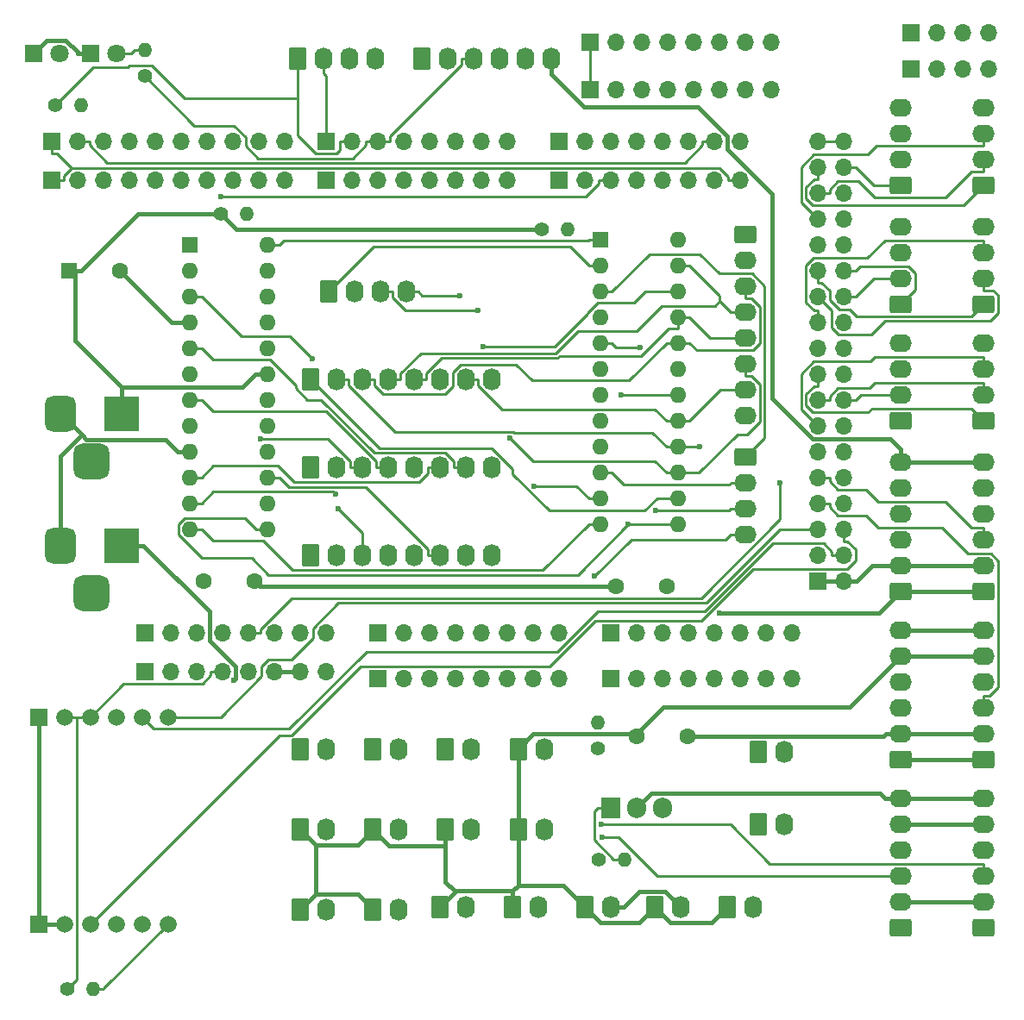
<source format=gbr>
%TF.GenerationSoftware,KiCad,Pcbnew,(6.0.7-1)-1*%
%TF.CreationDate,2023-11-05T11:58:30+10:00*%
%TF.ProjectId,Right Console Output,52696768-7420-4436-9f6e-736f6c65204f,rev?*%
%TF.SameCoordinates,Original*%
%TF.FileFunction,Copper,L1,Top*%
%TF.FilePolarity,Positive*%
%FSLAX46Y46*%
G04 Gerber Fmt 4.6, Leading zero omitted, Abs format (unit mm)*
G04 Created by KiCad (PCBNEW (6.0.7-1)-1) date 2023-11-05 11:58:30*
%MOMM*%
%LPD*%
G01*
G04 APERTURE LIST*
G04 Aperture macros list*
%AMRoundRect*
0 Rectangle with rounded corners*
0 $1 Rounding radius*
0 $2 $3 $4 $5 $6 $7 $8 $9 X,Y pos of 4 corners*
0 Add a 4 corners polygon primitive as box body*
4,1,4,$2,$3,$4,$5,$6,$7,$8,$9,$2,$3,0*
0 Add four circle primitives for the rounded corners*
1,1,$1+$1,$2,$3*
1,1,$1+$1,$4,$5*
1,1,$1+$1,$6,$7*
1,1,$1+$1,$8,$9*
0 Add four rect primitives between the rounded corners*
20,1,$1+$1,$2,$3,$4,$5,0*
20,1,$1+$1,$4,$5,$6,$7,0*
20,1,$1+$1,$6,$7,$8,$9,0*
20,1,$1+$1,$8,$9,$2,$3,0*%
G04 Aperture macros list end*
%TA.AperFunction,ComponentPad*%
%ADD10R,1.700000X1.700000*%
%TD*%
%TA.AperFunction,ComponentPad*%
%ADD11O,1.700000X1.700000*%
%TD*%
%TA.AperFunction,ComponentPad*%
%ADD12C,1.600000*%
%TD*%
%TA.AperFunction,ComponentPad*%
%ADD13C,1.400000*%
%TD*%
%TA.AperFunction,ComponentPad*%
%ADD14O,1.400000X1.400000*%
%TD*%
%TA.AperFunction,ComponentPad*%
%ADD15RoundRect,0.250000X-0.845000X0.620000X-0.845000X-0.620000X0.845000X-0.620000X0.845000X0.620000X0*%
%TD*%
%TA.AperFunction,ComponentPad*%
%ADD16O,2.190000X1.740000*%
%TD*%
%TA.AperFunction,ComponentPad*%
%ADD17RoundRect,0.250000X0.845000X-0.620000X0.845000X0.620000X-0.845000X0.620000X-0.845000X-0.620000X0*%
%TD*%
%TA.AperFunction,ComponentPad*%
%ADD18RoundRect,0.250000X-0.620000X-0.845000X0.620000X-0.845000X0.620000X0.845000X-0.620000X0.845000X0*%
%TD*%
%TA.AperFunction,ComponentPad*%
%ADD19O,1.740000X2.190000*%
%TD*%
%TA.AperFunction,ComponentPad*%
%ADD20R,1.600000X1.600000*%
%TD*%
%TA.AperFunction,ComponentPad*%
%ADD21O,1.600000X1.600000*%
%TD*%
%TA.AperFunction,ComponentPad*%
%ADD22R,3.500000X3.500000*%
%TD*%
%TA.AperFunction,ComponentPad*%
%ADD23RoundRect,0.750000X-0.750000X-1.000000X0.750000X-1.000000X0.750000X1.000000X-0.750000X1.000000X0*%
%TD*%
%TA.AperFunction,ComponentPad*%
%ADD24RoundRect,0.875000X-0.875000X-0.875000X0.875000X-0.875000X0.875000X0.875000X-0.875000X0.875000X0*%
%TD*%
%TA.AperFunction,ComponentPad*%
%ADD25R,1.905000X2.000000*%
%TD*%
%TA.AperFunction,ComponentPad*%
%ADD26O,1.905000X2.000000*%
%TD*%
%TA.AperFunction,ComponentPad*%
%ADD27R,1.800000X1.800000*%
%TD*%
%TA.AperFunction,ComponentPad*%
%ADD28C,1.800000*%
%TD*%
%TA.AperFunction,ComponentPad*%
%ADD29R,1.665000X1.665000*%
%TD*%
%TA.AperFunction,ComponentPad*%
%ADD30C,1.665000*%
%TD*%
%TA.AperFunction,ViaPad*%
%ADD31C,0.600000*%
%TD*%
%TA.AperFunction,Conductor*%
%ADD32C,0.250000*%
%TD*%
%TA.AperFunction,Conductor*%
%ADD33C,0.400000*%
%TD*%
G04 APERTURE END LIST*
D10*
%TO.P,J45,1,Pin_1*%
%TO.N,GND*%
X193980000Y-92380000D03*
D11*
%TO.P,J45,2,Pin_2*%
X196520000Y-92380000D03*
%TO.P,J45,3,Pin_3*%
%TO.N,SCLK*%
X193980000Y-89840000D03*
%TO.P,J45,4,Pin_4*%
%TO.N,ES1_RST*%
X196520000Y-89840000D03*
%TO.P,J45,5,Pin_5*%
%TO.N,MISO*%
X193980000Y-87300000D03*
%TO.P,J45,6,Pin_6*%
%TO.N,MOSI*%
X196520000Y-87300000D03*
%TO.P,J45,7,Pin_7*%
%TO.N,/48*%
X193980000Y-84760000D03*
%TO.P,J45,8,Pin_8*%
%TO.N,/49*%
X196520000Y-84760000D03*
%TO.P,J45,9,Pin_9*%
%TO.N,/\u002A46*%
X193980000Y-82220000D03*
%TO.P,J45,10,Pin_10*%
%TO.N,/47*%
X196520000Y-82220000D03*
%TO.P,J45,11,Pin_11*%
%TO.N,/\u002A44*%
X193980000Y-79680000D03*
%TO.P,J45,12,Pin_12*%
%TO.N,/\u002A45*%
X196520000Y-79680000D03*
%TO.P,J45,13,Pin_13*%
%TO.N,/42*%
X193980000Y-77140000D03*
%TO.P,J45,14,Pin_14*%
%TO.N,/43*%
X196520000Y-77140000D03*
%TO.P,J45,15,Pin_15*%
%TO.N,/40*%
X193980000Y-74600000D03*
%TO.P,J45,16,Pin_16*%
%TO.N,/41*%
X196520000Y-74600000D03*
%TO.P,J45,17,Pin_17*%
%TO.N,/38*%
X193980000Y-72060000D03*
%TO.P,J45,18,Pin_18*%
%TO.N,/39*%
X196520000Y-72060000D03*
%TO.P,J45,19,Pin_19*%
%TO.N,/36*%
X193980000Y-69520000D03*
%TO.P,J45,20,Pin_20*%
%TO.N,/37*%
X196520000Y-69520000D03*
%TO.P,J45,21,Pin_21*%
%TO.N,/34*%
X193980000Y-66980000D03*
%TO.P,J45,22,Pin_22*%
%TO.N,/35*%
X196520000Y-66980000D03*
%TO.P,J45,23,Pin_23*%
%TO.N,/32*%
X193980000Y-64440000D03*
%TO.P,J45,24,Pin_24*%
%TO.N,/33*%
X196520000Y-64440000D03*
%TO.P,J45,25,Pin_25*%
%TO.N,/30*%
X193980000Y-61900000D03*
%TO.P,J45,26,Pin_26*%
%TO.N,/31*%
X196520000Y-61900000D03*
%TO.P,J45,27,Pin_27*%
%TO.N,/28*%
X193980000Y-59360000D03*
%TO.P,J45,28,Pin_28*%
%TO.N,/29*%
X196520000Y-59360000D03*
%TO.P,J45,29,Pin_29*%
%TO.N,/26*%
X193980000Y-56820000D03*
%TO.P,J45,30,Pin_30*%
%TO.N,/27*%
X196520000Y-56820000D03*
%TO.P,J45,31,Pin_31*%
%TO.N,/24*%
X193980000Y-54280000D03*
%TO.P,J45,32,Pin_32*%
%TO.N,/25*%
X196520000Y-54280000D03*
%TO.P,J45,33,Pin_33*%
%TO.N,/22*%
X193980000Y-51740000D03*
%TO.P,J45,34,Pin_34*%
%TO.N,/23*%
X196520000Y-51740000D03*
%TO.P,J45,35,Pin_35*%
%TO.N,+5V*%
X193980000Y-49200000D03*
%TO.P,J45,36,Pin_36*%
X196520000Y-49200000D03*
%TD*%
D10*
%TO.P,J42,1,Pin_1*%
%TO.N,unconnected-(J42-Pad1)*%
X127940000Y-97460000D03*
D11*
%TO.P,J42,2,Pin_2*%
%TO.N,/IOREF*%
X130480000Y-97460000D03*
%TO.P,J42,3,Pin_3*%
%TO.N,/~{RESET}*%
X133020000Y-97460000D03*
%TO.P,J42,4,Pin_4*%
%TO.N,+3V3*%
X135560000Y-97460000D03*
%TO.P,J42,5,Pin_5*%
%TO.N,+5V*%
X138100000Y-97460000D03*
%TO.P,J42,6,Pin_6*%
%TO.N,GND*%
X140640000Y-97460000D03*
%TO.P,J42,7,Pin_7*%
X143180000Y-97460000D03*
%TO.P,J42,8,Pin_8*%
%TO.N,VCC*%
X145720000Y-97460000D03*
%TD*%
D10*
%TO.P,J43,1,Pin_1*%
%TO.N,/A0*%
X150800000Y-97460000D03*
D11*
%TO.P,J43,2,Pin_2*%
%TO.N,/A1*%
X153340000Y-97460000D03*
%TO.P,J43,3,Pin_3*%
%TO.N,/A2*%
X155880000Y-97460000D03*
%TO.P,J43,4,Pin_4*%
%TO.N,/A3*%
X158420000Y-97460000D03*
%TO.P,J43,5,Pin_5*%
%TO.N,/A4*%
X160960000Y-97460000D03*
%TO.P,J43,6,Pin_6*%
%TO.N,/A5*%
X163500000Y-97460000D03*
%TO.P,J43,7,Pin_7*%
%TO.N,/A6*%
X166040000Y-97460000D03*
%TO.P,J43,8,Pin_8*%
%TO.N,/A7*%
X168580000Y-97460000D03*
%TD*%
D10*
%TO.P,J44,1,Pin_1*%
%TO.N,/A8*%
X173660000Y-97460000D03*
D11*
%TO.P,J44,2,Pin_2*%
%TO.N,/A9*%
X176200000Y-97460000D03*
%TO.P,J44,3,Pin_3*%
%TO.N,/A10*%
X178740000Y-97460000D03*
%TO.P,J44,4,Pin_4*%
%TO.N,/A11*%
X181280000Y-97460000D03*
%TO.P,J44,5,Pin_5*%
%TO.N,/A12*%
X183820000Y-97460000D03*
%TO.P,J44,6,Pin_6*%
%TO.N,/A13*%
X186360000Y-97460000D03*
%TO.P,J44,7,Pin_7*%
%TO.N,/A14*%
X188900000Y-97460000D03*
%TO.P,J44,8,Pin_8*%
%TO.N,/A15*%
X191440000Y-97460000D03*
%TD*%
D10*
%TO.P,J46,1,Pin_1*%
%TO.N,/SCL{slash}21*%
X118796000Y-49200000D03*
D11*
%TO.P,J46,2,Pin_2*%
%TO.N,/SDA{slash}20*%
X121336000Y-49200000D03*
%TO.P,J46,3,Pin_3*%
%TO.N,/AREF*%
X123876000Y-49200000D03*
%TO.P,J46,4,Pin_4*%
%TO.N,GND*%
X126416000Y-49200000D03*
%TO.P,J46,5,Pin_5*%
%TO.N,/\u002A13*%
X128956000Y-49200000D03*
%TO.P,J46,6,Pin_6*%
%TO.N,/\u002A12*%
X131496000Y-49200000D03*
%TO.P,J46,7,Pin_7*%
%TO.N,/\u002A11*%
X134036000Y-49200000D03*
%TO.P,J46,8,Pin_8*%
%TO.N,SS*%
X136576000Y-49200000D03*
%TO.P,J46,9,Pin_9*%
%TO.N,/\u002A9*%
X139116000Y-49200000D03*
%TO.P,J46,10,Pin_10*%
%TO.N,/\u002A8*%
X141656000Y-49200000D03*
%TD*%
D10*
%TO.P,J47,1,Pin_1*%
%TO.N,/\u002A7*%
X145720000Y-49200000D03*
D11*
%TO.P,J47,2,Pin_2*%
%TO.N,/\u002A6*%
X148260000Y-49200000D03*
%TO.P,J47,3,Pin_3*%
%TO.N,/\u002A5*%
X150800000Y-49200000D03*
%TO.P,J47,4,Pin_4*%
%TO.N,/\u002A4*%
X153340000Y-49200000D03*
%TO.P,J47,5,Pin_5*%
%TO.N,/\u002A3*%
X155880000Y-49200000D03*
%TO.P,J47,6,Pin_6*%
%TO.N,/\u002A2*%
X158420000Y-49200000D03*
%TO.P,J47,7,Pin_7*%
%TO.N,/TX0{slash}1*%
X160960000Y-49200000D03*
%TO.P,J47,8,Pin_8*%
%TO.N,/RX0{slash}0*%
X163500000Y-49200000D03*
%TD*%
D10*
%TO.P,J48,1,Pin_1*%
%TO.N,CLK*%
X168580000Y-49200000D03*
D11*
%TO.P,J48,2,Pin_2*%
%TO.N,LOAD*%
X171120000Y-49200000D03*
%TO.P,J48,3,Pin_3*%
%TO.N,DIN*%
X173660000Y-49200000D03*
%TO.P,J48,4,Pin_4*%
%TO.N,/RX2{slash}17*%
X176200000Y-49200000D03*
%TO.P,J48,5,Pin_5*%
%TO.N,/TX1{slash}18*%
X178740000Y-49200000D03*
%TO.P,J48,6,Pin_6*%
%TO.N,/RX1{slash}19*%
X181280000Y-49200000D03*
%TO.P,J48,7,Pin_7*%
%TO.N,/SDA{slash}20*%
X183820000Y-49200000D03*
%TO.P,J48,8,Pin_8*%
%TO.N,/SCL{slash}21*%
X186360000Y-49200000D03*
%TD*%
D12*
%TO.P,C3,1*%
%TO.N,+5VD*%
X179208000Y-92888000D03*
%TO.P,C3,2*%
%TO.N,GND*%
X174208000Y-92888000D03*
%TD*%
D13*
%TO.P,R4,1*%
%TO.N,/\u002A6*%
X119100000Y-45644000D03*
D14*
%TO.P,R4,2*%
%TO.N,Net-(D2-Pad2)*%
X121640000Y-45644000D03*
%TD*%
D10*
%TO.P,J15,1,Pin_1*%
%TO.N,Net-(J10-Pad1)*%
X203124000Y-38532000D03*
D11*
%TO.P,J15,2,Pin_2*%
%TO.N,Net-(J10-Pad2)*%
X205664000Y-38532000D03*
%TO.P,J15,3,Pin_3*%
%TO.N,Net-(J10-Pad3)*%
X208204000Y-38532000D03*
%TO.P,J15,4,Pin_4*%
%TO.N,Net-(J10-Pad4)*%
X210744000Y-38532000D03*
%TD*%
D15*
%TO.P,J55,1,Pin_1*%
%TO.N,/MAX7219A/SEG_A1*%
X186868000Y-58344000D03*
D16*
%TO.P,J55,2,Pin_2*%
%TO.N,/MAX7219A/SEG_B1*%
X186868000Y-60884000D03*
%TO.P,J55,3,Pin_3*%
%TO.N,/MAX7219A/SEG_C1*%
X186868000Y-63424000D03*
%TO.P,J55,4,Pin_4*%
%TO.N,/MAX7219A/SEG_D1*%
X186868000Y-65964000D03*
%TO.P,J55,5,Pin_5*%
%TO.N,/MAX7219A/SEG_E1*%
X186868000Y-68504000D03*
%TO.P,J55,6,Pin_6*%
%TO.N,/MAX7219A/SEG_F1*%
X186868000Y-71044000D03*
%TO.P,J55,7,Pin_7*%
%TO.N,/MAX7219A/SEG_G1*%
X186868000Y-73584000D03*
%TO.P,J55,8,Pin_8*%
%TO.N,/MAX7219A/SEG_DP1*%
X186868000Y-76124000D03*
%TD*%
D17*
%TO.P,J35,1,Pin_1*%
%TO.N,/38*%
X210236000Y-76632000D03*
D16*
%TO.P,J35,2,Pin_2*%
%TO.N,/40*%
X210236000Y-74092000D03*
%TO.P,J35,3,Pin_3*%
%TO.N,/42*%
X210236000Y-71552000D03*
%TO.P,J35,4,Pin_4*%
%TO.N,/\u002A44*%
X210236000Y-69012000D03*
%TD*%
D10*
%TO.P,J11,1,Pin_1*%
%TO.N,Net-(J11-Pad1)*%
X171628000Y-39470000D03*
D11*
%TO.P,J11,2,Pin_2*%
%TO.N,Net-(J11-Pad2)*%
X174168000Y-39470000D03*
%TO.P,J11,3,Pin_3*%
%TO.N,Net-(J11-Pad3)*%
X176708000Y-39470000D03*
%TO.P,J11,4,Pin_4*%
%TO.N,Net-(J11-Pad4)*%
X179248000Y-39470000D03*
%TO.P,J11,5,Pin_5*%
%TO.N,Net-(J11-Pad5)*%
X181788000Y-39470000D03*
%TO.P,J11,6,Pin_6*%
%TO.N,Net-(J11-Pad6)*%
X184328000Y-39470000D03*
%TO.P,J11,7,Pin_7*%
%TO.N,Net-(J11-Pad7)*%
X186868000Y-39470000D03*
%TO.P,J11,8,Pin_8*%
%TO.N,Net-(J11-Pad8)*%
X189408000Y-39470000D03*
%TD*%
D13*
%TO.P,R5,1*%
%TO.N,+3V3*%
X120325000Y-132385000D03*
D14*
%TO.P,R5,2*%
%TO.N,Net-(R5-Pad2)*%
X122865000Y-132385000D03*
%TD*%
D18*
%TO.P,J12,1,Pin_1*%
%TO.N,+12V*%
X157440000Y-116760000D03*
D19*
%TO.P,J12,2,Pin_2*%
%TO.N,/BACKLIGHT_-V*%
X159980000Y-116760000D03*
%TD*%
D17*
%TO.P,J39,1,Pin_1*%
%TO.N,/31*%
X202128000Y-65175000D03*
D16*
%TO.P,J39,2,Pin_2*%
%TO.N,/33*%
X202128000Y-62635000D03*
%TO.P,J39,3,Pin_3*%
%TO.N,/35*%
X202128000Y-60095000D03*
%TO.P,J39,4,Pin_4*%
%TO.N,/37*%
X202128000Y-57555000D03*
%TD*%
D10*
%TO.P,J33,1,Pin_1*%
%TO.N,/A8*%
X173660000Y-101905000D03*
D11*
%TO.P,J33,2,Pin_2*%
%TO.N,/A9*%
X176200000Y-101905000D03*
%TO.P,J33,3,Pin_3*%
%TO.N,/A10*%
X178740000Y-101905000D03*
%TO.P,J33,4,Pin_4*%
%TO.N,/A11*%
X181280000Y-101905000D03*
%TO.P,J33,5,Pin_5*%
%TO.N,/A12*%
X183820000Y-101905000D03*
%TO.P,J33,6,Pin_6*%
%TO.N,/A13*%
X186360000Y-101905000D03*
%TO.P,J33,7,Pin_7*%
%TO.N,/A14*%
X188900000Y-101905000D03*
%TO.P,J33,8,Pin_8*%
%TO.N,/A15*%
X191440000Y-101905000D03*
%TD*%
D18*
%TO.P,J53,1,Pin_1*%
%TO.N,/MAX7219A/SEG_A1*%
X188138000Y-109164000D03*
D19*
%TO.P,J53,2,Pin_2*%
%TO.N,/MAX7219A/DIG_B4*%
X190678000Y-109164000D03*
%TD*%
D18*
%TO.P,J51,1,Pin_1*%
%TO.N,/MAX7219A/DIG_B0*%
X145974000Y-63952000D03*
D19*
%TO.P,J51,2,Pin_2*%
%TO.N,/MAX7219A/DIG_B1*%
X148514000Y-63952000D03*
%TO.P,J51,3,Pin_3*%
%TO.N,/MAX7219A/DIG_B2*%
X151054000Y-63952000D03*
%TO.P,J51,4,Pin_4*%
%TO.N,/MAX7219A/DIG_B3*%
X153594000Y-63952000D03*
%TD*%
D18*
%TO.P,J18,1,Pin_1*%
%TO.N,+12V*%
X143180000Y-124610000D03*
D19*
%TO.P,J18,2,Pin_2*%
%TO.N,/BACKLIGHT_-V*%
X145720000Y-124610000D03*
%TD*%
D17*
%TO.P,J28,1,Pin_1*%
%TO.N,+5VD*%
X202128000Y-109906000D03*
D16*
%TO.P,J28,2,Pin_2*%
%TO.N,GND*%
X202128000Y-107366000D03*
%TO.P,J28,3,Pin_3*%
%TO.N,/49*%
X202128000Y-104826000D03*
%TO.P,J28,4,Pin_4*%
%TO.N,unconnected-(J28-Pad4)*%
X202128000Y-102286000D03*
%TO.P,J28,5,Pin_5*%
%TO.N,+12V*%
X202128000Y-99746000D03*
%TO.P,J28,6,Pin_6*%
%TO.N,/BACKLIGHT_-V*%
X202128000Y-97206000D03*
%TD*%
D10*
%TO.P,J41,1,Pin_1*%
%TO.N,unconnected-(J41-Pad1)*%
X127940000Y-101270000D03*
D11*
%TO.P,J41,2,Pin_2*%
%TO.N,/IOREF*%
X130480000Y-101270000D03*
%TO.P,J41,3,Pin_3*%
%TO.N,/~{RESET}*%
X133020000Y-101270000D03*
%TO.P,J41,4,Pin_4*%
%TO.N,+3V3*%
X135560000Y-101270000D03*
%TO.P,J41,5,Pin_5*%
%TO.N,+5V*%
X138100000Y-101270000D03*
%TO.P,J41,6,Pin_6*%
%TO.N,GND*%
X140640000Y-101270000D03*
%TO.P,J41,7,Pin_7*%
X143180000Y-101270000D03*
%TO.P,J41,8,Pin_8*%
%TO.N,VCC*%
X145720000Y-101270000D03*
%TD*%
D18*
%TO.P,J49,1,Pin_1*%
%TO.N,/MAX7219A/DIG_A0*%
X144196000Y-81204000D03*
D19*
%TO.P,J49,2,Pin_2*%
%TO.N,/MAX7219A/DIG_A1*%
X146736000Y-81204000D03*
%TO.P,J49,3,Pin_3*%
%TO.N,/MAX7219A/DIG_A2*%
X149276000Y-81204000D03*
%TO.P,J49,4,Pin_4*%
%TO.N,/MAX7219A/DIG_A3*%
X151816000Y-81204000D03*
%TO.P,J49,5,Pin_5*%
%TO.N,/MAX7219A/DIG_A4*%
X154356000Y-81204000D03*
%TO.P,J49,6,Pin_6*%
%TO.N,/MAX7219A/DIG_A5*%
X156896000Y-81204000D03*
%TO.P,J49,7,Pin_7*%
%TO.N,/MAX7219A/DIG_A6*%
X159436000Y-81204000D03*
%TO.P,J49,8,Pin_8*%
%TO.N,/MAX7219A/DIG_A7*%
X161976000Y-81204000D03*
%TD*%
D18*
%TO.P,J14,1,Pin_1*%
%TO.N,+12V*%
X177978000Y-124404000D03*
D19*
%TO.P,J14,2,Pin_2*%
%TO.N,/BACKLIGHT_-V*%
X180518000Y-124404000D03*
%TD*%
D13*
%TO.P,R6,1*%
%TO.N,+5VD*%
X135356000Y-56312000D03*
D14*
%TO.P,R6,2*%
%TO.N,Net-(R6-Pad2)*%
X137896000Y-56312000D03*
%TD*%
D12*
%TO.P,C1,1*%
%TO.N,+5VD*%
X133695000Y-92380000D03*
%TO.P,C1,2*%
%TO.N,GND*%
X138695000Y-92380000D03*
%TD*%
D18*
%TO.P,J9,1,Pin_1*%
%TO.N,+12V*%
X185108000Y-124404000D03*
D19*
%TO.P,J9,2,Pin_2*%
%TO.N,/BACKLIGHT_-V*%
X187648000Y-124404000D03*
%TD*%
D17*
%TO.P,J40,1,Pin_1*%
%TO.N,/22*%
X210236000Y-53518000D03*
D16*
%TO.P,J40,2,Pin_2*%
%TO.N,/24*%
X210236000Y-50978000D03*
%TO.P,J40,3,Pin_3*%
%TO.N,/26*%
X210236000Y-48438000D03*
%TO.P,J40,4,Pin_4*%
%TO.N,/28*%
X210236000Y-45898000D03*
%TD*%
D20*
%TO.P,U2,1,DIN*%
%TO.N,DIN*%
X132385000Y-59360000D03*
D21*
%TO.P,U2,2,DIG_0*%
%TO.N,/MAX7219A/DIG_A0*%
X132385000Y-61900000D03*
%TO.P,U2,3,DIG_4*%
%TO.N,/MAX7219A/DIG_A4*%
X132385000Y-64440000D03*
%TO.P,U2,4,GND*%
%TO.N,GND*%
X132385000Y-66980000D03*
%TO.P,U2,5,DIG_6*%
%TO.N,/MAX7219A/DIG_A6*%
X132385000Y-69520000D03*
%TO.P,U2,6,DIG_2*%
%TO.N,/MAX7219A/DIG_A2*%
X132385000Y-72060000D03*
%TO.P,U2,7,DIG_3*%
%TO.N,/MAX7219A/DIG_A3*%
X132385000Y-74600000D03*
%TO.P,U2,8,DIG_7*%
%TO.N,/MAX7219A/DIG_A7*%
X132385000Y-77140000D03*
%TO.P,U2,9,GND*%
%TO.N,GND*%
X132385000Y-79680000D03*
%TO.P,U2,10,DIG_5*%
%TO.N,/MAX7219A/DIG_A5*%
X132385000Y-82220000D03*
%TO.P,U2,11,DIG_1*%
%TO.N,/MAX7219A/DIG_A1*%
X132385000Y-84760000D03*
%TO.P,U2,12,LOAD*%
%TO.N,LOAD*%
X132385000Y-87300000D03*
%TO.P,U2,13,CLK*%
%TO.N,CLK*%
X140005000Y-87300000D03*
%TO.P,U2,14,SEG_A*%
%TO.N,/MAX7219A/SEG_A0*%
X140005000Y-84760000D03*
%TO.P,U2,15,SEG_F*%
%TO.N,/MAX7219A/SEG_F0*%
X140005000Y-82220000D03*
%TO.P,U2,16,SEG_B*%
%TO.N,/MAX7219A/SEG_B0*%
X140005000Y-79680000D03*
%TO.P,U2,17,SEG_G*%
%TO.N,/MAX7219A/SEG_G0*%
X140005000Y-77140000D03*
%TO.P,U2,18,ISET*%
%TO.N,Net-(R6-Pad2)*%
X140005000Y-74600000D03*
%TO.P,U2,19,V+*%
%TO.N,+5VD*%
X140005000Y-72060000D03*
%TO.P,U2,20,SEG_C*%
%TO.N,/MAX7219A/SEG_C0*%
X140005000Y-69520000D03*
%TO.P,U2,21,SEG_E*%
%TO.N,/MAX7219A/SEG_E0*%
X140005000Y-66980000D03*
%TO.P,U2,22,SEG_DP*%
%TO.N,/MAX7219A/SEG_DP0*%
X140005000Y-64440000D03*
%TO.P,U2,23,SEG_D*%
%TO.N,/MAX7219A/SEG_D0*%
X140005000Y-61900000D03*
%TO.P,U2,24,DOUT*%
%TO.N,/MAX7219A/A-DOUT-B-DIN*%
X140005000Y-59360000D03*
%TD*%
D17*
%TO.P,J27,1,Pin_1*%
%TO.N,+5VD*%
X210256000Y-126407000D03*
D16*
%TO.P,J27,2,Pin_2*%
%TO.N,GND*%
X210256000Y-123867000D03*
%TO.P,J27,3,Pin_3*%
%TO.N,/\u002A3*%
X210256000Y-121327000D03*
%TO.P,J27,4,Pin_4*%
%TO.N,unconnected-(J27-Pad4)*%
X210256000Y-118787000D03*
%TO.P,J27,5,Pin_5*%
%TO.N,+12V*%
X210256000Y-116247000D03*
%TO.P,J27,6,Pin_6*%
%TO.N,/BACKLIGHT_-V*%
X210256000Y-113707000D03*
%TD*%
D18*
%TO.P,J52,1,Pin_1*%
%TO.N,/MAX7219A/SEG_A1*%
X144196000Y-72568000D03*
D19*
%TO.P,J52,2,Pin_2*%
%TO.N,/MAX7219A/SEG_B1*%
X146736000Y-72568000D03*
%TO.P,J52,3,Pin_3*%
%TO.N,/MAX7219A/SEG_C1*%
X149276000Y-72568000D03*
%TO.P,J52,4,Pin_4*%
%TO.N,/MAX7219A/SEG_D1*%
X151816000Y-72568000D03*
%TO.P,J52,5,Pin_5*%
%TO.N,/MAX7219A/SEG_E1*%
X154356000Y-72568000D03*
%TO.P,J52,6,Pin_6*%
%TO.N,/MAX7219A/SEG_F1*%
X156896000Y-72568000D03*
%TO.P,J52,7,Pin_7*%
%TO.N,/MAX7219A/SEG_G1*%
X159436000Y-72568000D03*
%TO.P,J52,8,Pin_8*%
%TO.N,/MAX7219A/SEG_DP1*%
X161976000Y-72568000D03*
%TD*%
D18*
%TO.P,J19,1,Pin_1*%
%TO.N,+12V*%
X171138000Y-124384000D03*
D19*
%TO.P,J19,2,Pin_2*%
%TO.N,/BACKLIGHT_-V*%
X173678000Y-124384000D03*
%TD*%
D13*
%TO.P,R1,1*%
%TO.N,Net-(Q1-Pad1)*%
X172430000Y-108840000D03*
D14*
%TO.P,R1,2*%
%TO.N,/\u002A2*%
X172430000Y-106300000D03*
%TD*%
D18*
%TO.P,J34,1,Pin_1*%
%TO.N,/\u002A6*%
X142926000Y-41092000D03*
D19*
%TO.P,J34,2,Pin_2*%
%TO.N,/\u002A7*%
X145466000Y-41092000D03*
%TO.P,J34,3,Pin_3*%
%TO.N,/\u002A8*%
X148006000Y-41092000D03*
%TO.P,J34,4,Pin_4*%
%TO.N,/\u002A9*%
X150546000Y-41092000D03*
%TD*%
D18*
%TO.P,J17,1,Pin_1*%
%TO.N,+12V*%
X150310000Y-116760000D03*
D19*
%TO.P,J17,2,Pin_2*%
%TO.N,/BACKLIGHT_-V*%
X152850000Y-116760000D03*
%TD*%
D18*
%TO.P,J8,1,Pin_1*%
%TO.N,+12V*%
X150310000Y-108910000D03*
D19*
%TO.P,J8,2,Pin_2*%
%TO.N,/BACKLIGHT_-V*%
X152850000Y-108910000D03*
%TD*%
D18*
%TO.P,J5,1,Pin_1*%
%TO.N,+12V*%
X143180000Y-116760000D03*
D19*
%TO.P,J5,2,Pin_2*%
%TO.N,/BACKLIGHT_-V*%
X145720000Y-116760000D03*
%TD*%
D18*
%TO.P,J6,1,Pin_1*%
%TO.N,+12V*%
X156878000Y-124384000D03*
D19*
%TO.P,J6,2,Pin_2*%
%TO.N,/BACKLIGHT_-V*%
X159418000Y-124384000D03*
%TD*%
D18*
%TO.P,J3,1,Pin_1*%
%TO.N,+12V*%
X164008000Y-124384000D03*
D19*
%TO.P,J3,2,Pin_2*%
%TO.N,/BACKLIGHT_-V*%
X166548000Y-124384000D03*
%TD*%
D10*
%TO.P,J26,1,Pin_1*%
%TO.N,CLK*%
X168580000Y-53010000D03*
D11*
%TO.P,J26,2,Pin_2*%
%TO.N,LOAD*%
X171120000Y-53010000D03*
%TO.P,J26,3,Pin_3*%
%TO.N,DIN*%
X173660000Y-53010000D03*
%TO.P,J26,4,Pin_4*%
%TO.N,/RX2{slash}17*%
X176200000Y-53010000D03*
%TO.P,J26,5,Pin_5*%
%TO.N,/TX1{slash}18*%
X178740000Y-53010000D03*
%TO.P,J26,6,Pin_6*%
%TO.N,/RX1{slash}19*%
X181280000Y-53010000D03*
%TO.P,J26,7,Pin_7*%
%TO.N,/SDA{slash}20*%
X183820000Y-53010000D03*
%TO.P,J26,8,Pin_8*%
%TO.N,/SCL{slash}21*%
X186360000Y-53010000D03*
%TD*%
D18*
%TO.P,J2,1,Pin_1*%
%TO.N,+12V*%
X150310000Y-124610000D03*
D19*
%TO.P,J2,2,Pin_2*%
%TO.N,/BACKLIGHT_-V*%
X152850000Y-124610000D03*
%TD*%
D17*
%TO.P,J29,1,Pin_1*%
%TO.N,+5VD*%
X210256000Y-109906000D03*
D16*
%TO.P,J29,2,Pin_2*%
%TO.N,GND*%
X210256000Y-107366000D03*
%TO.P,J29,3,Pin_3*%
%TO.N,/48*%
X210256000Y-104826000D03*
%TO.P,J29,4,Pin_4*%
%TO.N,unconnected-(J29-Pad4)*%
X210256000Y-102286000D03*
%TO.P,J29,5,Pin_5*%
%TO.N,+12V*%
X210256000Y-99746000D03*
%TO.P,J29,6,Pin_6*%
%TO.N,/BACKLIGHT_-V*%
X210256000Y-97206000D03*
%TD*%
D15*
%TO.P,J56,1,Pin_1*%
%TO.N,/MAX7219A/DIG_B4*%
X186868000Y-80188000D03*
D16*
%TO.P,J56,2,Pin_2*%
%TO.N,/MAX7219A/DIG_B5*%
X186868000Y-82728000D03*
%TO.P,J56,3,Pin_3*%
%TO.N,/MAX7219A/DIG_B6*%
X186868000Y-85268000D03*
%TO.P,J56,4,Pin_4*%
%TO.N,/MAX7219A/DIG_B7*%
X186868000Y-87808000D03*
%TD*%
D17*
%TO.P,J37,1,Pin_1*%
%TO.N,/23*%
X202128000Y-53518000D03*
D16*
%TO.P,J37,2,Pin_2*%
%TO.N,/25*%
X202128000Y-50978000D03*
%TO.P,J37,3,Pin_3*%
%TO.N,/27*%
X202128000Y-48438000D03*
%TO.P,J37,4,Pin_4*%
%TO.N,/29*%
X202128000Y-45898000D03*
%TD*%
D18*
%TO.P,J7,1,Pin_1*%
%TO.N,+12V*%
X164570000Y-116760000D03*
D19*
%TO.P,J7,2,Pin_2*%
%TO.N,/BACKLIGHT_-V*%
X167110000Y-116760000D03*
%TD*%
D13*
%TO.P,R7,1*%
%TO.N,+5VD*%
X166852000Y-57836000D03*
D14*
%TO.P,R7,2*%
%TO.N,Net-(R7-Pad2)*%
X169392000Y-57836000D03*
%TD*%
D17*
%TO.P,J21,1,Pin_1*%
%TO.N,+5VD*%
X202108000Y-126416000D03*
D16*
%TO.P,J21,2,Pin_2*%
%TO.N,GND*%
X202108000Y-123876000D03*
%TO.P,J21,3,Pin_3*%
%TO.N,/\u002A4*%
X202108000Y-121336000D03*
%TO.P,J21,4,Pin_4*%
%TO.N,unconnected-(J21-Pad4)*%
X202108000Y-118796000D03*
%TO.P,J21,5,Pin_5*%
%TO.N,+12V*%
X202108000Y-116256000D03*
%TO.P,J21,6,Pin_6*%
%TO.N,/BACKLIGHT_-V*%
X202108000Y-113716000D03*
%TD*%
D22*
%TO.P,J22,1,Pin_1*%
%TO.N,+12V*%
X125660000Y-88882500D03*
D23*
%TO.P,J22,2,Pin_2*%
%TO.N,GND*%
X119660000Y-88882500D03*
D24*
%TO.P,J22,3*%
%TO.N,N/C*%
X122660000Y-93582500D03*
%TD*%
D17*
%TO.P,J31,1,Pin_1*%
%TO.N,+5VD*%
X210236000Y-93396000D03*
D16*
%TO.P,J31,2,Pin_2*%
%TO.N,GND*%
X210236000Y-90856000D03*
%TO.P,J31,3,Pin_3*%
%TO.N,/\u002A46*%
X210236000Y-88316000D03*
%TO.P,J31,4,Pin_4*%
%TO.N,unconnected-(J31-Pad4)*%
X210236000Y-85776000D03*
%TO.P,J31,5,Pin_5*%
%TO.N,+12V*%
X210236000Y-83236000D03*
%TO.P,J31,6,Pin_6*%
%TO.N,/BACKLIGHT_-V*%
X210236000Y-80696000D03*
%TD*%
D10*
%TO.P,J25,1,Pin_1*%
%TO.N,/\u002A7*%
X145720000Y-53010000D03*
D11*
%TO.P,J25,2,Pin_2*%
%TO.N,/\u002A6*%
X148260000Y-53010000D03*
%TO.P,J25,3,Pin_3*%
%TO.N,/\u002A5*%
X150800000Y-53010000D03*
%TO.P,J25,4,Pin_4*%
%TO.N,/\u002A4*%
X153340000Y-53010000D03*
%TO.P,J25,5,Pin_5*%
%TO.N,/\u002A3*%
X155880000Y-53010000D03*
%TO.P,J25,6,Pin_6*%
%TO.N,/\u002A2*%
X158420000Y-53010000D03*
%TO.P,J25,7,Pin_7*%
%TO.N,/TX0{slash}1*%
X160960000Y-53010000D03*
%TO.P,J25,8,Pin_8*%
%TO.N,/RX0{slash}0*%
X163500000Y-53010000D03*
%TD*%
D10*
%TO.P,J32,1,Pin_1*%
%TO.N,/A0*%
X150800000Y-101905000D03*
D11*
%TO.P,J32,2,Pin_2*%
%TO.N,/A1*%
X153340000Y-101905000D03*
%TO.P,J32,3,Pin_3*%
%TO.N,/A2*%
X155880000Y-101905000D03*
%TO.P,J32,4,Pin_4*%
%TO.N,/A3*%
X158420000Y-101905000D03*
%TO.P,J32,5,Pin_5*%
%TO.N,/A4*%
X160960000Y-101905000D03*
%TO.P,J32,6,Pin_6*%
%TO.N,/A5*%
X163500000Y-101905000D03*
%TO.P,J32,7,Pin_7*%
%TO.N,/A6*%
X166040000Y-101905000D03*
%TO.P,J32,8,Pin_8*%
%TO.N,/A7*%
X168580000Y-101905000D03*
%TD*%
D10*
%TO.P,J16,1,Pin_1*%
%TO.N,Net-(J11-Pad1)*%
X171628000Y-44120000D03*
D11*
%TO.P,J16,2,Pin_2*%
%TO.N,Net-(J11-Pad2)*%
X174168000Y-44120000D03*
%TO.P,J16,3,Pin_3*%
%TO.N,Net-(J11-Pad3)*%
X176708000Y-44120000D03*
%TO.P,J16,4,Pin_4*%
%TO.N,Net-(J11-Pad4)*%
X179248000Y-44120000D03*
%TO.P,J16,5,Pin_5*%
%TO.N,Net-(J11-Pad5)*%
X181788000Y-44120000D03*
%TO.P,J16,6,Pin_6*%
%TO.N,Net-(J11-Pad6)*%
X184328000Y-44120000D03*
%TO.P,J16,7,Pin_7*%
%TO.N,Net-(J11-Pad7)*%
X186868000Y-44120000D03*
%TO.P,J16,8,Pin_8*%
%TO.N,Net-(J11-Pad8)*%
X189408000Y-44120000D03*
%TD*%
D10*
%TO.P,J10,1,Pin_1*%
%TO.N,Net-(J10-Pad1)*%
X203124000Y-42088000D03*
D11*
%TO.P,J10,2,Pin_2*%
%TO.N,Net-(J10-Pad2)*%
X205664000Y-42088000D03*
%TO.P,J10,3,Pin_3*%
%TO.N,Net-(J10-Pad3)*%
X208204000Y-42088000D03*
%TO.P,J10,4,Pin_4*%
%TO.N,Net-(J10-Pad4)*%
X210744000Y-42088000D03*
%TD*%
D20*
%TO.P,C4,1*%
%TO.N,+5VD*%
X120457300Y-61900000D03*
D12*
%TO.P,C4,2*%
%TO.N,GND*%
X125457300Y-61900000D03*
%TD*%
D18*
%TO.P,J54,1,Pin_1*%
%TO.N,/MAX7219A/SEG_B1*%
X188138000Y-116276000D03*
D19*
%TO.P,J54,2,Pin_2*%
%TO.N,/MAX7219A/DIG_B4*%
X190678000Y-116276000D03*
%TD*%
D18*
%TO.P,J13,1,Pin_1*%
%TO.N,+12V*%
X157440000Y-108910000D03*
D19*
%TO.P,J13,2,Pin_2*%
%TO.N,/BACKLIGHT_-V*%
X159980000Y-108910000D03*
%TD*%
D17*
%TO.P,J36,1,Pin_1*%
%TO.N,/39*%
X202128000Y-76632000D03*
D16*
%TO.P,J36,2,Pin_2*%
%TO.N,/41*%
X202128000Y-74092000D03*
%TO.P,J36,3,Pin_3*%
%TO.N,/43*%
X202128000Y-71552000D03*
%TO.P,J36,4,Pin_4*%
%TO.N,/\u002A45*%
X202128000Y-69012000D03*
%TD*%
D18*
%TO.P,J4,1,Pin_1*%
%TO.N,+12V*%
X164570000Y-108910000D03*
D19*
%TO.P,J4,2,Pin_2*%
%TO.N,/BACKLIGHT_-V*%
X167110000Y-108910000D03*
%TD*%
D25*
%TO.P,Q1,1,G*%
%TO.N,Net-(Q1-Pad1)*%
X173660000Y-114605000D03*
D26*
%TO.P,Q1,2,D*%
%TO.N,/BACKLIGHT_-V*%
X176200000Y-114605000D03*
%TO.P,Q1,3,S*%
%TO.N,GND*%
X178740000Y-114605000D03*
%TD*%
D27*
%TO.P,D1,1,K*%
%TO.N,GND*%
X122601000Y-40564000D03*
D28*
%TO.P,D1,2,A*%
%TO.N,Net-(D1-Pad2)*%
X125141000Y-40564000D03*
%TD*%
D22*
%TO.P,J20,1,Pin_1*%
%TO.N,+5VD*%
X125660000Y-75945000D03*
D23*
%TO.P,J20,2,Pin_2*%
%TO.N,GND*%
X119660000Y-75945000D03*
D24*
%TO.P,J20,3*%
%TO.N,N/C*%
X122660000Y-80645000D03*
%TD*%
D20*
%TO.P,U3,1,DIN*%
%TO.N,/MAX7219A/A-DOUT-B-DIN*%
X172644000Y-58852000D03*
D21*
%TO.P,U3,2,DIG_0*%
%TO.N,/MAX7219A/DIG_B0*%
X172644000Y-61392000D03*
%TO.P,U3,3,DIG_4*%
%TO.N,/MAX7219A/DIG_B4*%
X172644000Y-63932000D03*
%TO.P,U3,4,GND*%
%TO.N,GND*%
X172644000Y-66472000D03*
%TO.P,U3,5,DIG_6*%
%TO.N,/MAX7219A/DIG_B6*%
X172644000Y-69012000D03*
%TO.P,U3,6,DIG_2*%
%TO.N,/MAX7219A/DIG_B2*%
X172644000Y-71552000D03*
%TO.P,U3,7,DIG_3*%
%TO.N,/MAX7219A/DIG_B3*%
X172644000Y-74092000D03*
%TO.P,U3,8,DIG_7*%
%TO.N,/MAX7219A/DIG_B7*%
X172644000Y-76632000D03*
%TO.P,U3,9,GND*%
%TO.N,GND*%
X172644000Y-79172000D03*
%TO.P,U3,10,DIG_5*%
%TO.N,/MAX7219A/DIG_B5*%
X172644000Y-81712000D03*
%TO.P,U3,11,DIG_1*%
%TO.N,/MAX7219A/DIG_B1*%
X172644000Y-84252000D03*
%TO.P,U3,12,LOAD*%
%TO.N,LOAD*%
X172644000Y-86792000D03*
%TO.P,U3,13,CLK*%
%TO.N,CLK*%
X180264000Y-86792000D03*
%TO.P,U3,14,SEG_A*%
%TO.N,/MAX7219A/SEG_A1*%
X180264000Y-84252000D03*
%TO.P,U3,15,SEG_F*%
%TO.N,/MAX7219A/SEG_F1*%
X180264000Y-81712000D03*
%TO.P,U3,16,SEG_B*%
%TO.N,/MAX7219A/SEG_B1*%
X180264000Y-79172000D03*
%TO.P,U3,17,SEG_G*%
%TO.N,/MAX7219A/SEG_G1*%
X180264000Y-76632000D03*
%TO.P,U3,18,ISET*%
%TO.N,Net-(R7-Pad2)*%
X180264000Y-74092000D03*
%TO.P,U3,19,V+*%
%TO.N,+5VD*%
X180264000Y-71552000D03*
%TO.P,U3,20,SEG_C*%
%TO.N,/MAX7219A/SEG_C1*%
X180264000Y-69012000D03*
%TO.P,U3,21,SEG_E*%
%TO.N,/MAX7219A/SEG_E1*%
X180264000Y-66472000D03*
%TO.P,U3,22,SEG_DP*%
%TO.N,/MAX7219A/SEG_DP1*%
X180264000Y-63932000D03*
%TO.P,U3,23,SEG_D*%
%TO.N,/MAX7219A/SEG_D1*%
X180264000Y-61392000D03*
%TO.P,U3,24,DOUT*%
%TO.N,/MAX7219A/B-DOUT-C-DIN*%
X180264000Y-58852000D03*
%TD*%
D13*
%TO.P,R3,1*%
%TO.N,/\u002A5*%
X127940000Y-42800000D03*
D14*
%TO.P,R3,2*%
%TO.N,Net-(D1-Pad2)*%
X127940000Y-40260000D03*
%TD*%
D17*
%TO.P,J38,1,Pin_1*%
%TO.N,/30*%
X210236000Y-65175000D03*
D16*
%TO.P,J38,2,Pin_2*%
%TO.N,/32*%
X210236000Y-62635000D03*
%TO.P,J38,3,Pin_3*%
%TO.N,/34*%
X210236000Y-60095000D03*
%TO.P,J38,4,Pin_4*%
%TO.N,/36*%
X210236000Y-57555000D03*
%TD*%
D29*
%TO.P,U1,A1,GND_1*%
%TO.N,GND*%
X117495000Y-126035000D03*
D30*
%TO.P,U1,A2,GND_2*%
X120035000Y-126035000D03*
%TO.P,U1,A3,MOSI*%
%TO.N,MOSI*%
X122575000Y-126035000D03*
%TO.P,U1,A4,SCLK*%
%TO.N,SCLK*%
X125115000Y-126035000D03*
%TO.P,U1,A5,CS*%
%TO.N,SS*%
X127655000Y-126035000D03*
%TO.P,U1,A6,INT*%
%TO.N,Net-(R5-Pad2)*%
X130195000Y-126035000D03*
D29*
%TO.P,U1,B1,GND_3*%
%TO.N,GND*%
X117495000Y-105715000D03*
D30*
%TO.P,U1,B2,3V3_1*%
%TO.N,+3V3*%
X120035000Y-105715000D03*
%TO.P,U1,B3,3V3_2*%
X122575000Y-105715000D03*
%TO.P,U1,B4,NC*%
%TO.N,unconnected-(U1-PadB4)*%
X125115000Y-105715000D03*
%TO.P,U1,B5,RST*%
%TO.N,ES1_RST*%
X127655000Y-105715000D03*
%TO.P,U1,B6,MISO*%
%TO.N,MISO*%
X130195000Y-105715000D03*
%TD*%
D18*
%TO.P,J23,1,Pin_1*%
%TO.N,+5VD*%
X155118000Y-41092000D03*
D19*
%TO.P,J23,2,Pin_2*%
%TO.N,GND*%
X157658000Y-41092000D03*
%TO.P,J23,3,Pin_3*%
%TO.N,/\u002A5*%
X160198000Y-41092000D03*
%TO.P,J23,4,Pin_4*%
%TO.N,unconnected-(J23-Pad4)*%
X162738000Y-41092000D03*
%TO.P,J23,5,Pin_5*%
%TO.N,+12V*%
X165278000Y-41092000D03*
%TO.P,J23,6,Pin_6*%
%TO.N,/BACKLIGHT_-V*%
X167818000Y-41092000D03*
%TD*%
D10*
%TO.P,J24,1,Pin_1*%
%TO.N,/SCL{slash}21*%
X118796000Y-52985000D03*
D11*
%TO.P,J24,2,Pin_2*%
%TO.N,/SDA{slash}20*%
X121336000Y-52985000D03*
%TO.P,J24,3,Pin_3*%
%TO.N,/AREF*%
X123876000Y-52985000D03*
%TO.P,J24,4,Pin_4*%
%TO.N,GND*%
X126416000Y-52985000D03*
%TO.P,J24,5,Pin_5*%
%TO.N,/\u002A13*%
X128956000Y-52985000D03*
%TO.P,J24,6,Pin_6*%
%TO.N,/\u002A12*%
X131496000Y-52985000D03*
%TO.P,J24,7,Pin_7*%
%TO.N,/\u002A11*%
X134036000Y-52985000D03*
%TO.P,J24,8,Pin_8*%
%TO.N,SS*%
X136576000Y-52985000D03*
%TO.P,J24,9,Pin_9*%
%TO.N,/\u002A9*%
X139116000Y-52985000D03*
%TO.P,J24,10,Pin_10*%
%TO.N,/\u002A8*%
X141656000Y-52985000D03*
%TD*%
D13*
%TO.P,R2,1*%
%TO.N,GND*%
X172440000Y-119685000D03*
D14*
%TO.P,R2,2*%
%TO.N,Net-(Q1-Pad1)*%
X174980000Y-119685000D03*
%TD*%
D17*
%TO.P,J30,1,Pin_1*%
%TO.N,+5VD*%
X202128000Y-93396000D03*
D16*
%TO.P,J30,2,Pin_2*%
%TO.N,GND*%
X202128000Y-90856000D03*
%TO.P,J30,3,Pin_3*%
%TO.N,/47*%
X202128000Y-88316000D03*
%TO.P,J30,4,Pin_4*%
%TO.N,unconnected-(J30-Pad4)*%
X202128000Y-85776000D03*
%TO.P,J30,5,Pin_5*%
%TO.N,+12V*%
X202128000Y-83236000D03*
%TO.P,J30,6,Pin_6*%
%TO.N,/BACKLIGHT_-V*%
X202128000Y-80696000D03*
%TD*%
D27*
%TO.P,D2,1,K*%
%TO.N,GND*%
X117013000Y-40564000D03*
D28*
%TO.P,D2,2,A*%
%TO.N,Net-(D2-Pad2)*%
X119553000Y-40564000D03*
%TD*%
D18*
%TO.P,J1,1,Pin_1*%
%TO.N,+12V*%
X143180000Y-108910000D03*
D19*
%TO.P,J1,2,Pin_2*%
%TO.N,/BACKLIGHT_-V*%
X145720000Y-108910000D03*
%TD*%
D12*
%TO.P,C2,1*%
%TO.N,+12V*%
X176240000Y-107620000D03*
%TO.P,C2,2*%
%TO.N,GND*%
X181240000Y-107620000D03*
%TD*%
D18*
%TO.P,J50,1,Pin_1*%
%TO.N,/MAX7219A/SEG_A0*%
X144196000Y-89840000D03*
D19*
%TO.P,J50,2,Pin_2*%
%TO.N,/MAX7219A/SEG_B0*%
X146736000Y-89840000D03*
%TO.P,J50,3,Pin_3*%
%TO.N,/MAX7219A/SEG_C0*%
X149276000Y-89840000D03*
%TO.P,J50,4,Pin_4*%
%TO.N,/MAX7219A/SEG_D0*%
X151816000Y-89840000D03*
%TO.P,J50,5,Pin_5*%
%TO.N,/MAX7219A/SEG_E0*%
X154356000Y-89840000D03*
%TO.P,J50,6,Pin_6*%
%TO.N,/MAX7219A/SEG_F0*%
X156896000Y-89840000D03*
%TO.P,J50,7,Pin_7*%
%TO.N,/MAX7219A/SEG_G0*%
X159436000Y-89840000D03*
%TO.P,J50,8,Pin_8*%
%TO.N,/MAX7219A/SEG_DP0*%
X161976000Y-89840000D03*
%TD*%
D31*
%TO.N,Net-(R7-Pad2)*%
X174645300Y-74092000D03*
%TO.N,/MAX7219A/DIG_B7*%
X172061600Y-91899200D03*
%TO.N,/MAX7219A/DIG_B6*%
X176550000Y-69447800D03*
X178082800Y-85435700D03*
%TO.N,/MAX7219A/SEG_DP1*%
X161099800Y-69359100D03*
%TO.N,/MAX7219A/SEG_F1*%
X163794600Y-78314900D03*
%TO.N,/MAX7219A/SEG_B1*%
X182375000Y-79172000D03*
%TO.N,/MAX7219A/DIG_B3*%
X158878300Y-64323000D03*
%TO.N,/MAX7219A/DIG_B2*%
X160616700Y-65802000D03*
%TO.N,/MAX7219A/DIG_B1*%
X166136400Y-83039700D03*
%TO.N,/MAX7219A/SEG_C0*%
X146882600Y-85236600D03*
%TO.N,/MAX7219A/DIG_A4*%
X144384400Y-70531300D03*
%TO.N,/MAX7219A/DIG_A2*%
X139262400Y-78385100D03*
%TO.N,/MAX7219A/DIG_A1*%
X146620900Y-83809500D03*
%TO.N,DIN*%
X135432400Y-54652200D03*
%TO.N,CLK*%
X175371100Y-86792000D03*
%TO.N,+12V*%
X136643400Y-102106400D03*
%TO.N,+5VD*%
X184311600Y-95506500D03*
%TO.N,/\u002A3*%
X172707800Y-116255200D03*
%TO.N,/\u002A4*%
X172793700Y-117539800D03*
%TO.N,+5V*%
X190275900Y-82708000D03*
%TD*%
D32*
%TO.N,Net-(J11-Pad1)*%
X171628000Y-44120000D02*
X171628000Y-39470000D01*
%TO.N,/\u002A46*%
X195155300Y-82587400D02*
X195155300Y-82220000D01*
X195963200Y-83395300D02*
X195155300Y-82587400D01*
X198755500Y-83395300D02*
X195963200Y-83395300D01*
X199940800Y-84580600D02*
X198755500Y-83395300D01*
X206500600Y-84580600D02*
X199940800Y-84580600D01*
X209040700Y-87120700D02*
X206500600Y-84580600D01*
X210236000Y-87120700D02*
X209040700Y-87120700D01*
X210236000Y-88316000D02*
X210236000Y-87120700D01*
X193980000Y-82220000D02*
X195155300Y-82220000D01*
%TO.N,/48*%
X195155300Y-85127400D02*
X195155300Y-84760000D01*
X195963200Y-85935300D02*
X195155300Y-85127400D01*
X198755500Y-85935300D02*
X195963200Y-85935300D01*
X199940800Y-87120600D02*
X198755500Y-85935300D01*
X206182000Y-87120600D02*
X199940800Y-87120600D01*
X208722000Y-89660600D02*
X206182000Y-87120600D01*
X210985700Y-89660600D02*
X208722000Y-89660600D01*
X211712500Y-90387400D02*
X210985700Y-89660600D01*
X211712500Y-102771800D02*
X211712500Y-90387400D01*
X210853600Y-103630700D02*
X211712500Y-102771800D01*
X210256000Y-103630700D02*
X210853600Y-103630700D01*
X210256000Y-104826000D02*
X210256000Y-103630700D01*
X193980000Y-84760000D02*
X195155300Y-84760000D01*
D33*
%TO.N,/BACKLIGHT_-V*%
X210256000Y-113707000D02*
X208760700Y-113707000D01*
X208751700Y-113716000D02*
X202108000Y-113716000D01*
X208760700Y-113707000D02*
X208751700Y-113716000D01*
X177602500Y-113202500D02*
X176200000Y-114605000D01*
X200099200Y-113202500D02*
X177602500Y-113202500D01*
X200612700Y-113716000D02*
X200099200Y-113202500D01*
X202108000Y-113716000D02*
X200612700Y-113716000D01*
X210236000Y-80696000D02*
X202128000Y-80696000D01*
X167818000Y-42599100D02*
X167818000Y-41092000D01*
X171014000Y-45795100D02*
X167818000Y-42599100D01*
X182222200Y-45795100D02*
X171014000Y-45795100D01*
X185090000Y-48662900D02*
X182222200Y-45795100D01*
X185090000Y-49956400D02*
X185090000Y-48662900D01*
X189461000Y-54327400D02*
X185090000Y-49956400D01*
X189461000Y-74405700D02*
X189461000Y-54327400D01*
X193465300Y-78410000D02*
X189461000Y-74405700D01*
X201112300Y-78410000D02*
X193465300Y-78410000D01*
X202128000Y-79425700D02*
X201112300Y-78410000D01*
X202128000Y-80696000D02*
X202128000Y-79425700D01*
X210256000Y-97206000D02*
X202128000Y-97206000D01*
X179010000Y-122896000D02*
X180518000Y-124404000D01*
X176436300Y-122896000D02*
X179010000Y-122896000D01*
X174948300Y-124384000D02*
X176436300Y-122896000D01*
X173678000Y-124384000D02*
X174948300Y-124384000D01*
D32*
%TO.N,/MAX7219A/A-DOUT-B-DIN*%
X141596700Y-58893600D02*
X141130300Y-59360000D01*
X171477100Y-58893600D02*
X141596700Y-58893600D01*
X171518700Y-58852000D02*
X171477100Y-58893600D01*
X172644000Y-58852000D02*
X171518700Y-58852000D01*
X140005000Y-59360000D02*
X141130300Y-59360000D01*
%TO.N,Net-(R7-Pad2)*%
X180264000Y-74092000D02*
X174645300Y-74092000D01*
%TO.N,Net-(R5-Pad2)*%
X123890300Y-132339700D02*
X123890300Y-132385000D01*
X130195000Y-126035000D02*
X123890300Y-132339700D01*
X122865000Y-132385000D02*
X123890300Y-132385000D01*
%TO.N,Net-(Q1-Pad1)*%
X172039000Y-117769300D02*
X173954700Y-119685000D01*
X172039000Y-114948200D02*
X172039000Y-117769300D01*
X172382200Y-114605000D02*
X172039000Y-114948200D01*
X173660000Y-114605000D02*
X172382200Y-114605000D01*
X174980000Y-119685000D02*
X173954700Y-119685000D01*
%TO.N,/MAX7219A/DIG_B7*%
X184952300Y-88303400D02*
X185447700Y-87808000D01*
X175657400Y-88303400D02*
X184952300Y-88303400D01*
X172061600Y-91899200D02*
X175657400Y-88303400D01*
X186868000Y-87808000D02*
X185447700Y-87808000D01*
%TO.N,/MAX7219A/DIG_B6*%
X186868000Y-85268000D02*
X185447700Y-85268000D01*
X185280000Y-85435700D02*
X178082800Y-85435700D01*
X185447700Y-85268000D02*
X185280000Y-85435700D01*
X174205100Y-69447800D02*
X173769300Y-69012000D01*
X176550000Y-69447800D02*
X174205100Y-69447800D01*
X172644000Y-69012000D02*
X173769300Y-69012000D01*
%TO.N,/MAX7219A/DIG_B5*%
X185320700Y-82855000D02*
X185447700Y-82728000D01*
X174912300Y-82855000D02*
X185320700Y-82855000D01*
X173769300Y-81712000D02*
X174912300Y-82855000D01*
X172644000Y-81712000D02*
X173769300Y-81712000D01*
X186868000Y-82728000D02*
X185447700Y-82728000D01*
%TO.N,/MAX7219A/DIG_B4*%
X188766900Y-78289100D02*
X186868000Y-80188000D01*
X188766900Y-63407000D02*
X188766900Y-78289100D01*
X187537900Y-62178000D02*
X188766900Y-63407000D01*
X184304000Y-62178000D02*
X187537900Y-62178000D01*
X182389300Y-60263300D02*
X184304000Y-62178000D01*
X177438000Y-60263300D02*
X182389300Y-60263300D01*
X173769300Y-63932000D02*
X177438000Y-60263300D01*
X172644000Y-63932000D02*
X173769300Y-63932000D01*
%TO.N,/MAX7219A/SEG_DP1*%
X168186600Y-69359100D02*
X161099800Y-69359100D01*
X171387400Y-66158300D02*
X168186600Y-69359100D01*
X171387400Y-66074600D02*
X171387400Y-66158300D01*
X172404600Y-65057400D02*
X171387400Y-66074600D01*
X175932300Y-65057400D02*
X172404600Y-65057400D01*
X177057700Y-63932000D02*
X175932300Y-65057400D01*
X180264000Y-63932000D02*
X177057700Y-63932000D01*
%TO.N,/MAX7219A/SEG_G1*%
X184437300Y-73584000D02*
X186868000Y-73584000D01*
X181389300Y-76632000D02*
X184437300Y-73584000D01*
X180826700Y-76632000D02*
X181389300Y-76632000D01*
X180826700Y-76632000D02*
X180264000Y-76632000D01*
X160631300Y-73165700D02*
X160631300Y-72568000D01*
X162972300Y-75506700D02*
X160631300Y-73165700D01*
X178013400Y-75506700D02*
X162972300Y-75506700D01*
X179138700Y-76632000D02*
X178013400Y-75506700D01*
X180264000Y-76632000D02*
X179138700Y-76632000D01*
X159436000Y-72568000D02*
X160631300Y-72568000D01*
%TO.N,/MAX7219A/SEG_F1*%
X186868000Y-71044000D02*
X186868000Y-72239300D01*
X187465600Y-72239300D02*
X186868000Y-72239300D01*
X188316500Y-73090200D02*
X187465600Y-72239300D01*
X188316500Y-76691100D02*
X188316500Y-73090200D01*
X187051200Y-77956400D02*
X188316500Y-76691100D01*
X186088800Y-77956400D02*
X187051200Y-77956400D01*
X182333200Y-81712000D02*
X186088800Y-77956400D01*
X180264000Y-81712000D02*
X182333200Y-81712000D01*
X166066400Y-80586700D02*
X163794600Y-78314900D01*
X178013400Y-80586700D02*
X166066400Y-80586700D01*
X179138700Y-81712000D02*
X178013400Y-80586700D01*
X180264000Y-81712000D02*
X179138700Y-81712000D01*
%TO.N,/MAX7219A/SEG_E1*%
X183421300Y-68504000D02*
X186868000Y-68504000D01*
X181389300Y-66472000D02*
X183421300Y-68504000D01*
X180264000Y-66472000D02*
X181389300Y-66472000D01*
X179326400Y-67597300D02*
X180264000Y-67597300D01*
X176665200Y-70258500D02*
X179326400Y-67597300D01*
X168644700Y-70258500D02*
X176665200Y-70258500D01*
X168417100Y-70486100D02*
X168644700Y-70258500D01*
X157035600Y-70486100D02*
X168417100Y-70486100D01*
X155551300Y-71970400D02*
X157035600Y-70486100D01*
X155551300Y-72568000D02*
X155551300Y-71970400D01*
X154356000Y-72568000D02*
X155551300Y-72568000D01*
X180264000Y-66472000D02*
X180264000Y-67597300D01*
%TO.N,/MAX7219A/SEG_D1*%
X180264000Y-61392000D02*
X181389300Y-61392000D01*
X186868000Y-65964000D02*
X185447700Y-65964000D01*
X151816000Y-72568000D02*
X153011300Y-72568000D01*
X184353600Y-64869900D02*
X185447700Y-65964000D01*
X184353600Y-64356300D02*
X184353600Y-64869900D01*
X181389300Y-61392000D02*
X184353600Y-64356300D01*
X183888700Y-65334800D02*
X184353600Y-64869900D01*
X178663200Y-65334800D02*
X183888700Y-65334800D01*
X176218200Y-67779800D02*
X178663200Y-65334800D01*
X170486500Y-67779800D02*
X176218200Y-67779800D01*
X168281900Y-69984400D02*
X170486500Y-67779800D01*
X154997200Y-69984400D02*
X168281900Y-69984400D01*
X153011300Y-71970300D02*
X154997200Y-69984400D01*
X153011300Y-72568000D02*
X153011300Y-71970300D01*
%TO.N,/MAX7219A/SEG_C1*%
X150471300Y-73165700D02*
X150471300Y-72568000D01*
X151322500Y-74016900D02*
X150471300Y-73165700D01*
X157396900Y-74016900D02*
X151322500Y-74016900D01*
X158166000Y-73247800D02*
X157396900Y-74016900D01*
X158166000Y-71904700D02*
X158166000Y-73247800D01*
X158933800Y-71136900D02*
X158166000Y-71904700D01*
X164375600Y-71136900D02*
X158933800Y-71136900D01*
X165916500Y-72677800D02*
X164375600Y-71136900D01*
X175472900Y-72677800D02*
X165916500Y-72677800D01*
X179138700Y-69012000D02*
X175472900Y-72677800D01*
X149276000Y-72568000D02*
X150471300Y-72568000D01*
X179701400Y-69012000D02*
X179138700Y-69012000D01*
X179701400Y-69012000D02*
X180264000Y-69012000D01*
X187465600Y-64619300D02*
X186868000Y-64619300D01*
X188316500Y-65470200D02*
X187465600Y-64619300D01*
X188316500Y-69003700D02*
X188316500Y-65470200D01*
X187597800Y-69722400D02*
X188316500Y-69003700D01*
X182099700Y-69722400D02*
X187597800Y-69722400D01*
X181389300Y-69012000D02*
X182099700Y-69722400D01*
X180264000Y-69012000D02*
X181389300Y-69012000D01*
X186868000Y-63424000D02*
X186868000Y-64619300D01*
%TO.N,/MAX7219A/SEG_B1*%
X182375000Y-79172000D02*
X180264000Y-79172000D01*
X180264000Y-79172000D02*
X179138700Y-79172000D01*
X146736000Y-72568000D02*
X147931300Y-72568000D01*
X147931300Y-73165700D02*
X147931300Y-72568000D01*
X152455200Y-77689600D02*
X147931300Y-73165700D01*
X164053700Y-77689600D02*
X152455200Y-77689600D01*
X164151100Y-77787000D02*
X164053700Y-77689600D01*
X177753700Y-77787000D02*
X164151100Y-77787000D01*
X179138700Y-79172000D02*
X177753700Y-77787000D01*
%TO.N,/MAX7219A/SEG_A1*%
X180264000Y-84252000D02*
X179138700Y-84252000D01*
X150948500Y-79320500D02*
X144196000Y-72568000D01*
X162010400Y-79320500D02*
X150948500Y-79320500D01*
X164051800Y-81361900D02*
X162010400Y-79320500D01*
X164051800Y-81887900D02*
X164051800Y-81361900D01*
X167612000Y-85448100D02*
X164051800Y-81887900D01*
X177005600Y-85448100D02*
X167612000Y-85448100D01*
X178201700Y-84252000D02*
X177005600Y-85448100D01*
X179138700Y-84252000D02*
X178201700Y-84252000D01*
%TO.N,/MAX7219A/DIG_B3*%
X155160300Y-64323000D02*
X154789300Y-63952000D01*
X158878300Y-64323000D02*
X155160300Y-64323000D01*
X153594000Y-63952000D02*
X154789300Y-63952000D01*
%TO.N,/MAX7219A/DIG_B2*%
X151054000Y-63952000D02*
X152249300Y-63952000D01*
X153501600Y-65802000D02*
X160616700Y-65802000D01*
X152249300Y-64549700D02*
X153501600Y-65802000D01*
X152249300Y-63952000D02*
X152249300Y-64549700D01*
%TO.N,/MAX7219A/DIG_B1*%
X172644000Y-84252000D02*
X171518700Y-84252000D01*
X170306400Y-83039700D02*
X171518700Y-84252000D01*
X166136400Y-83039700D02*
X170306400Y-83039700D01*
%TO.N,/MAX7219A/DIG_B0*%
X150390000Y-59536000D02*
X145974000Y-63952000D01*
X169662700Y-59536000D02*
X150390000Y-59536000D01*
X171518700Y-61392000D02*
X169662700Y-59536000D01*
X172644000Y-61392000D02*
X171518700Y-61392000D01*
%TO.N,/MAX7219A/SEG_F0*%
X142061600Y-83151300D02*
X141130300Y-82220000D01*
X149609600Y-83151300D02*
X142061600Y-83151300D01*
X155700700Y-89242400D02*
X149609600Y-83151300D01*
X155700700Y-89840000D02*
X155700700Y-89242400D01*
X156896000Y-89840000D02*
X155700700Y-89840000D01*
X140005000Y-82220000D02*
X141130300Y-82220000D01*
%TO.N,/MAX7219A/SEG_C0*%
X149276000Y-87630000D02*
X149276000Y-89840000D01*
X146882600Y-85236600D02*
X149276000Y-87630000D01*
%TO.N,/MAX7219A/DIG_A6*%
X158240700Y-80606400D02*
X158240700Y-81204000D01*
X157405200Y-79770900D02*
X158240700Y-80606400D01*
X150422300Y-79770900D02*
X157405200Y-79770900D01*
X145205400Y-74554000D02*
X150422300Y-79770900D01*
X143836700Y-74554000D02*
X145205400Y-74554000D01*
X142722500Y-73439800D02*
X143836700Y-74554000D01*
X142722500Y-73145800D02*
X142722500Y-73439800D01*
X140222000Y-70645300D02*
X142722500Y-73145800D01*
X134635600Y-70645300D02*
X140222000Y-70645300D01*
X133510300Y-69520000D02*
X134635600Y-70645300D01*
X132385000Y-69520000D02*
X133510300Y-69520000D01*
X159436000Y-81204000D02*
X158240700Y-81204000D01*
%TO.N,/MAX7219A/DIG_A5*%
X155700700Y-81801600D02*
X155700700Y-81204000D01*
X154852100Y-82650200D02*
X155700700Y-81801600D01*
X142554500Y-82650200D02*
X154852100Y-82650200D01*
X140974900Y-81070600D02*
X142554500Y-82650200D01*
X134659700Y-81070600D02*
X140974900Y-81070600D01*
X133510300Y-82220000D02*
X134659700Y-81070600D01*
X132385000Y-82220000D02*
X133510300Y-82220000D01*
X156896000Y-81204000D02*
X155700700Y-81204000D01*
%TO.N,/MAX7219A/DIG_A4*%
X142169300Y-68316200D02*
X144384400Y-70531300D01*
X137386500Y-68316200D02*
X142169300Y-68316200D01*
X133510300Y-64440000D02*
X137386500Y-68316200D01*
X132385000Y-64440000D02*
X133510300Y-64440000D01*
%TO.N,/34*%
X193612600Y-65804700D02*
X193980000Y-65804700D01*
X192804700Y-64996800D02*
X193612600Y-65804700D01*
X192804700Y-61391800D02*
X192804700Y-64996800D01*
X193566500Y-60630000D02*
X192804700Y-61391800D01*
X198828700Y-60630000D02*
X193566500Y-60630000D01*
X200559000Y-58899700D02*
X198828700Y-60630000D01*
X210236000Y-58899700D02*
X200559000Y-58899700D01*
X210236000Y-60095000D02*
X210236000Y-58899700D01*
X193980000Y-66980000D02*
X193980000Y-65804700D01*
%TO.N,/MAX7219A/DIG_A3*%
X150620700Y-80619600D02*
X150620700Y-81204000D01*
X145726400Y-75725300D02*
X150620700Y-80619600D01*
X134635600Y-75725300D02*
X145726400Y-75725300D01*
X133510300Y-74600000D02*
X134635600Y-75725300D01*
X132385000Y-74600000D02*
X133510300Y-74600000D01*
X151816000Y-81204000D02*
X150620700Y-81204000D01*
%TO.N,/MAX7219A/DIG_A2*%
X148080700Y-80606400D02*
X148080700Y-81204000D01*
X145859400Y-78385100D02*
X148080700Y-80606400D01*
X139262400Y-78385100D02*
X145859400Y-78385100D01*
X149276000Y-81204000D02*
X148080700Y-81204000D01*
%TO.N,/MAX7219A/DIG_A1*%
X146413100Y-83601700D02*
X146620900Y-83809500D01*
X134668600Y-83601700D02*
X146413100Y-83601700D01*
X133510300Y-84760000D02*
X134668600Y-83601700D01*
X132385000Y-84760000D02*
X133510300Y-84760000D01*
%TO.N,/SCL{slash}21*%
X186360000Y-53010000D02*
X185184700Y-53010000D01*
X118796000Y-52985000D02*
X119971300Y-52985000D01*
X119326800Y-50375300D02*
X118796000Y-50375300D01*
X120761200Y-51809700D02*
X119326800Y-50375300D01*
X184351700Y-51809700D02*
X120761200Y-51809700D01*
X185184700Y-52642700D02*
X184351700Y-51809700D01*
X185184700Y-53010000D02*
X185184700Y-52642700D01*
X119971300Y-52599600D02*
X119971300Y-52985000D01*
X120761200Y-51809700D02*
X119971300Y-52599600D01*
X118796000Y-49200000D02*
X118796000Y-50375300D01*
%TO.N,/SDA{slash}20*%
X182644700Y-49567300D02*
X182644700Y-49200000D01*
X180912500Y-51299500D02*
X182644700Y-49567300D01*
X124243500Y-51299500D02*
X180912500Y-51299500D01*
X122511300Y-49567300D02*
X124243500Y-51299500D01*
X122511300Y-49200000D02*
X122511300Y-49567300D01*
X121336000Y-49200000D02*
X122511300Y-49200000D01*
X183820000Y-49200000D02*
X182644700Y-49200000D01*
%TO.N,DIN*%
X171209800Y-54652200D02*
X135432400Y-54652200D01*
X172484700Y-53377300D02*
X171209800Y-54652200D01*
X172484700Y-53010000D02*
X172484700Y-53377300D01*
X173660000Y-53010000D02*
X172484700Y-53010000D01*
%TO.N,LOAD*%
X134635600Y-88425300D02*
X133510300Y-87300000D01*
X139538700Y-88425300D02*
X134635600Y-88425300D01*
X142413300Y-91299900D02*
X139538700Y-88425300D01*
X167010800Y-91299900D02*
X142413300Y-91299900D01*
X171518700Y-86792000D02*
X167010800Y-91299900D01*
X172644000Y-86792000D02*
X171518700Y-86792000D01*
X132385000Y-87300000D02*
X133510300Y-87300000D01*
%TO.N,CLK*%
X140005000Y-87300000D02*
X138879700Y-87300000D01*
X180264000Y-86792000D02*
X179701400Y-86792000D01*
X179701400Y-86792000D02*
X175371100Y-86792000D01*
X170411500Y-91751600D02*
X175371100Y-86792000D01*
X140086100Y-91751600D02*
X170411500Y-91751600D01*
X138407200Y-90072700D02*
X140086100Y-91751600D01*
X133526400Y-90072700D02*
X138407200Y-90072700D01*
X131238900Y-87785200D02*
X133526400Y-90072700D01*
X131238900Y-86777000D02*
X131238900Y-87785200D01*
X131841200Y-86174700D02*
X131238900Y-86777000D01*
X137754400Y-86174700D02*
X131841200Y-86174700D01*
X138879700Y-87300000D02*
X137754400Y-86174700D01*
D33*
%TO.N,+12V*%
X208751700Y-116256000D02*
X208760700Y-116247000D01*
X202108000Y-116256000D02*
X208751700Y-116256000D01*
X210256000Y-116247000D02*
X208760700Y-116247000D01*
X210256000Y-99746000D02*
X208760700Y-99746000D01*
X202128000Y-99746000D02*
X208760700Y-99746000D01*
X125660000Y-88882500D02*
X127810300Y-88882500D01*
X136810400Y-101939400D02*
X136643400Y-102106400D01*
X136810400Y-100738500D02*
X136810400Y-101939400D01*
X134290000Y-98218100D02*
X136810400Y-100738500D01*
X134290000Y-95362200D02*
X134290000Y-98218100D01*
X127810300Y-88882500D02*
X134290000Y-95362200D01*
X176240000Y-107400400D02*
X176240000Y-107620000D01*
X178862500Y-104777900D02*
X176240000Y-107400400D01*
X197096100Y-104777900D02*
X178862500Y-104777900D01*
X202128000Y-99746000D02*
X197096100Y-104777900D01*
X166079600Y-107400400D02*
X164570000Y-108910000D01*
X176240000Y-107400400D02*
X166079600Y-107400400D01*
X151891500Y-118341500D02*
X150310000Y-116760000D01*
X157440000Y-118341500D02*
X151891500Y-118341500D01*
X157440000Y-118341500D02*
X157440000Y-116760000D01*
X143180000Y-116760000D02*
X144675400Y-118255400D01*
X148814600Y-118255400D02*
X150310000Y-116760000D01*
X144675400Y-118255400D02*
X148814600Y-118255400D01*
X148814600Y-123114600D02*
X144675400Y-123114600D01*
X150310000Y-124610000D02*
X148814600Y-123114600D01*
X144675400Y-118255400D02*
X144675400Y-123114600D01*
X144675400Y-123114600D02*
X143180000Y-124610000D01*
X164570000Y-108910000D02*
X164570000Y-116760000D01*
X164008000Y-122789400D02*
X164008000Y-124384000D01*
X168981400Y-122227400D02*
X171138000Y-124384000D01*
X164570000Y-122227400D02*
X168981400Y-122227400D01*
X164570000Y-116760000D02*
X164570000Y-122227400D01*
X164570000Y-122227400D02*
X164008000Y-122789400D01*
X172641500Y-125887500D02*
X171138000Y-124384000D01*
X176494500Y-125887500D02*
X172641500Y-125887500D01*
X177978000Y-124404000D02*
X176494500Y-125887500D01*
X183584700Y-125927300D02*
X185108000Y-124404000D01*
X179501300Y-125927300D02*
X183584700Y-125927300D01*
X177978000Y-124404000D02*
X179501300Y-125927300D01*
X157440000Y-121890900D02*
X157440000Y-118341500D01*
X158338500Y-122789400D02*
X157440000Y-121890900D01*
X158338500Y-122923500D02*
X158338500Y-122789400D01*
X156878000Y-124384000D02*
X158338500Y-122923500D01*
X158338500Y-122789400D02*
X164008000Y-122789400D01*
D32*
%TO.N,Net-(D1-Pad2)*%
X126610700Y-40564000D02*
X126914700Y-40260000D01*
X125141000Y-40564000D02*
X126610700Y-40564000D01*
X127940000Y-40260000D02*
X126914700Y-40260000D01*
%TO.N,+3V3*%
X135560000Y-101270000D02*
X134384700Y-101270000D01*
X125844700Y-102445300D02*
X122575000Y-105715000D01*
X133576800Y-102445300D02*
X125844700Y-102445300D01*
X134384700Y-101637400D02*
X133576800Y-102445300D01*
X134384700Y-101270000D02*
X134384700Y-101637400D01*
X121243700Y-131466300D02*
X120325000Y-132385000D01*
X121243700Y-105715000D02*
X121243700Y-131466300D01*
X122575000Y-105715000D02*
X121243700Y-105715000D01*
X121243700Y-105715000D02*
X120035000Y-105715000D01*
D33*
%TO.N,+5VD*%
X210256000Y-109906000D02*
X202128000Y-109906000D01*
X127245600Y-56312000D02*
X135356000Y-56312000D01*
X121657600Y-61900000D02*
X127245600Y-56312000D01*
X120457300Y-61900000D02*
X121057500Y-61900000D01*
X121057500Y-61900000D02*
X121657600Y-61900000D01*
X125660000Y-75945000D02*
X125660000Y-73794700D01*
X140005000Y-72060000D02*
X138804700Y-72060000D01*
X125660000Y-73330000D02*
X125660000Y-73794700D01*
X121057500Y-68727500D02*
X125660000Y-73330000D01*
X121057500Y-61900000D02*
X121057500Y-68727500D01*
X137534700Y-73330000D02*
X138804700Y-72060000D01*
X125660000Y-73330000D02*
X137534700Y-73330000D01*
X136880000Y-57836000D02*
X135356000Y-56312000D01*
X166852000Y-57836000D02*
X136880000Y-57836000D01*
X210236000Y-93396000D02*
X202128000Y-93396000D01*
X200017500Y-95506500D02*
X184311600Y-95506500D01*
X202128000Y-93396000D02*
X200017500Y-95506500D01*
D32*
%TO.N,/\u002A3*%
X189269100Y-120131700D02*
X210256000Y-120131700D01*
X185392600Y-116255200D02*
X189269100Y-120131700D01*
X172707800Y-116255200D02*
X185392600Y-116255200D01*
X210256000Y-121327000D02*
X210256000Y-120131700D01*
%TO.N,/\u002A4*%
X178193000Y-121336000D02*
X202108000Y-121336000D01*
X174396800Y-117539800D02*
X178193000Y-121336000D01*
X172793700Y-117539800D02*
X174396800Y-117539800D01*
%TO.N,/\u002A5*%
X151975300Y-48717000D02*
X151975300Y-49200000D01*
X159002700Y-41689600D02*
X151975300Y-48717000D01*
X159002700Y-41092000D02*
X159002700Y-41689600D01*
X160198000Y-41092000D02*
X159002700Y-41092000D01*
X150800000Y-49200000D02*
X151975300Y-49200000D01*
X150800000Y-49200000D02*
X149624700Y-49200000D01*
X132771000Y-47631000D02*
X127940000Y-42800000D01*
X136669500Y-47631000D02*
X132771000Y-47631000D01*
X137846000Y-48807500D02*
X136669500Y-47631000D01*
X137846000Y-49646600D02*
X137846000Y-48807500D01*
X139048500Y-50849100D02*
X137846000Y-49646600D01*
X148342900Y-50849100D02*
X139048500Y-50849100D01*
X149624700Y-49567300D02*
X148342900Y-50849100D01*
X149624700Y-49200000D02*
X149624700Y-49567300D01*
%TO.N,/\u002A6*%
X148260000Y-49200000D02*
X147084700Y-49200000D01*
X131846000Y-44962900D02*
X142926000Y-44962900D01*
X128593600Y-41710500D02*
X131846000Y-44962900D01*
X126428100Y-41710500D02*
X128593600Y-41710500D01*
X126247600Y-41891000D02*
X126428100Y-41710500D01*
X122853000Y-41891000D02*
X126247600Y-41891000D01*
X119100000Y-45644000D02*
X122853000Y-41891000D01*
X142926000Y-41092000D02*
X142926000Y-44962900D01*
X147084700Y-50008100D02*
X147084700Y-49200000D01*
X146717500Y-50375300D02*
X147084700Y-50008100D01*
X144720800Y-50375300D02*
X146717500Y-50375300D01*
X142926000Y-48580500D02*
X144720800Y-50375300D01*
X142926000Y-44962900D02*
X142926000Y-48580500D01*
%TO.N,/\u002A7*%
X145720000Y-42766300D02*
X145466000Y-42512300D01*
X145720000Y-49200000D02*
X145720000Y-42766300D01*
X145466000Y-41092000D02*
X145466000Y-42512300D01*
%TO.N,+5V*%
X138100000Y-97460000D02*
X139275300Y-97460000D01*
X196520000Y-49200000D02*
X193980000Y-49200000D01*
X139275300Y-97092700D02*
X139275300Y-97460000D01*
X142324900Y-94043100D02*
X139275300Y-97092700D01*
X182552400Y-94043100D02*
X142324900Y-94043100D01*
X190275900Y-86319600D02*
X182552400Y-94043100D01*
X190275900Y-82708000D02*
X190275900Y-86319600D01*
%TO.N,/23*%
X199473300Y-53518000D02*
X197695300Y-51740000D01*
X202128000Y-53518000D02*
X199473300Y-53518000D01*
X196520000Y-51740000D02*
X197695300Y-51740000D01*
%TO.N,/22*%
X193612600Y-52915300D02*
X193980000Y-52915300D01*
X192804700Y-53723200D02*
X193612600Y-52915300D01*
X192804700Y-54785500D02*
X192804700Y-53723200D01*
X193514500Y-55495300D02*
X192804700Y-54785500D01*
X208258700Y-55495300D02*
X193514500Y-55495300D01*
X210236000Y-53518000D02*
X208258700Y-55495300D01*
X193980000Y-51740000D02*
X193980000Y-52915300D01*
%TO.N,/24*%
X195155300Y-53912600D02*
X195155300Y-54280000D01*
X195963200Y-53104700D02*
X195155300Y-53912600D01*
X197940400Y-53104700D02*
X195963200Y-53104700D01*
X199559000Y-54723300D02*
X197940400Y-53104700D01*
X206490700Y-54723300D02*
X199559000Y-54723300D01*
X209040700Y-52173300D02*
X206490700Y-54723300D01*
X210236000Y-52173300D02*
X209040700Y-52173300D01*
X210236000Y-50978000D02*
X210236000Y-52173300D01*
X193980000Y-54280000D02*
X195155300Y-54280000D01*
%TO.N,/26*%
X192347300Y-55187300D02*
X193980000Y-56820000D01*
X192347300Y-51699500D02*
X192347300Y-55187300D01*
X193576800Y-50470000D02*
X192347300Y-51699500D01*
X198881900Y-50470000D02*
X193576800Y-50470000D01*
X199718600Y-49633300D02*
X198881900Y-50470000D01*
X210236000Y-49633300D02*
X199718600Y-49633300D01*
X210236000Y-48438000D02*
X210236000Y-49633300D01*
%TO.N,/31*%
X198163400Y-61431900D02*
X197695300Y-61900000D01*
X202860900Y-61431900D02*
X198163400Y-61431900D01*
X203560800Y-62131800D02*
X202860900Y-61431900D01*
X203560800Y-63742200D02*
X203560800Y-62131800D01*
X202128000Y-65175000D02*
X203560800Y-63742200D01*
X196520000Y-61900000D02*
X197695300Y-61900000D01*
%TO.N,/30*%
X194347400Y-63075300D02*
X193980000Y-63075300D01*
X195155300Y-63883200D02*
X194347400Y-63075300D01*
X195155300Y-64741700D02*
X195155300Y-63883200D01*
X196123600Y-65710000D02*
X195155300Y-64741700D01*
X197150200Y-65710000D02*
X196123600Y-65710000D01*
X197814700Y-66374500D02*
X197150200Y-65710000D01*
X209036500Y-66374500D02*
X197814700Y-66374500D01*
X210236000Y-65175000D02*
X209036500Y-66374500D01*
X193980000Y-61900000D02*
X193980000Y-63075300D01*
%TO.N,/33*%
X196520000Y-64440000D02*
X197695300Y-64440000D01*
X199500300Y-62635000D02*
X202128000Y-62635000D01*
X197695300Y-64440000D02*
X199500300Y-62635000D01*
%TO.N,/32*%
X195344600Y-65804600D02*
X193980000Y-64440000D01*
X195344600Y-67469400D02*
X195344600Y-65804600D01*
X196030600Y-68155400D02*
X195344600Y-67469400D01*
X199263300Y-68155400D02*
X196030600Y-68155400D01*
X200593800Y-66824900D02*
X199263300Y-68155400D01*
X210895700Y-66824900D02*
X200593800Y-66824900D01*
X211658300Y-66062300D02*
X210895700Y-66824900D01*
X211658300Y-64281400D02*
X211658300Y-66062300D01*
X211207200Y-63830300D02*
X211658300Y-64281400D01*
X210236000Y-63830300D02*
X211207200Y-63830300D01*
X210236000Y-62635000D02*
X210236000Y-63830300D01*
%TO.N,/38*%
X193612600Y-73235300D02*
X193980000Y-73235300D01*
X192804700Y-74043200D02*
X193612600Y-73235300D01*
X192804700Y-75107700D02*
X192804700Y-74043200D01*
X193512300Y-75815300D02*
X192804700Y-75107700D01*
X198922500Y-75815300D02*
X193512300Y-75815300D01*
X199324600Y-75413200D02*
X198922500Y-75815300D01*
X209017200Y-75413200D02*
X199324600Y-75413200D01*
X210236000Y-76632000D02*
X209017200Y-75413200D01*
X193980000Y-72060000D02*
X193980000Y-73235300D01*
%TO.N,/41*%
X198203300Y-74092000D02*
X197695300Y-74600000D01*
X202128000Y-74092000D02*
X198203300Y-74092000D01*
X196520000Y-74600000D02*
X197695300Y-74600000D01*
%TO.N,/40*%
X195155300Y-74232600D02*
X195155300Y-74600000D01*
X195963200Y-73424700D02*
X195155300Y-74232600D01*
X199074000Y-73424700D02*
X195963200Y-73424700D01*
X199602000Y-72896700D02*
X199074000Y-73424700D01*
X210236000Y-72896700D02*
X199602000Y-72896700D01*
X210236000Y-74092000D02*
X210236000Y-72896700D01*
X193980000Y-74600000D02*
X195155300Y-74600000D01*
%TO.N,/42*%
X192338300Y-75498300D02*
X193980000Y-77140000D01*
X192338300Y-72027400D02*
X192338300Y-75498300D01*
X193575700Y-70790000D02*
X192338300Y-72027400D01*
X199168700Y-70790000D02*
X193575700Y-70790000D01*
X199602000Y-70356700D02*
X199168700Y-70790000D01*
X210236000Y-70356700D02*
X199602000Y-70356700D01*
X210236000Y-71552000D02*
X210236000Y-70356700D01*
%TO.N,MOSI*%
X196887400Y-88475300D02*
X196520000Y-88475300D01*
X197695300Y-89283200D02*
X196887400Y-88475300D01*
X197695300Y-90369200D02*
X197695300Y-89283200D01*
X196859900Y-91204600D02*
X197695300Y-90369200D01*
X187636200Y-91204600D02*
X196859900Y-91204600D01*
X182556200Y-96284600D02*
X187636200Y-91204600D01*
X172134300Y-96284600D02*
X182556200Y-96284600D01*
X167689300Y-100729600D02*
X172134300Y-96284600D01*
X149101500Y-100729600D02*
X167689300Y-100729600D01*
X142342500Y-107488600D02*
X149101500Y-100729600D01*
X141121400Y-107488600D02*
X142342500Y-107488600D01*
X122575000Y-126035000D02*
X141121400Y-107488600D01*
X196520000Y-87300000D02*
X196520000Y-88475300D01*
%TO.N,MISO*%
X193980000Y-87300000D02*
X192804700Y-87300000D01*
X135369400Y-105715000D02*
X130195000Y-105715000D01*
X139370000Y-101714400D02*
X135369400Y-105715000D01*
X139370000Y-100797600D02*
X139370000Y-101714400D01*
X140076500Y-100091100D02*
X139370000Y-100797600D01*
X142306500Y-100091100D02*
X140076500Y-100091100D01*
X144450000Y-97947600D02*
X142306500Y-100091100D01*
X144450000Y-97008500D02*
X144450000Y-97947600D01*
X146940600Y-94517900D02*
X144450000Y-97008500D01*
X183049100Y-94517900D02*
X146940600Y-94517900D01*
X190267000Y-87300000D02*
X183049100Y-94517900D01*
X192804700Y-87300000D02*
X190267000Y-87300000D01*
%TO.N,ES1_RST*%
X196520000Y-89840000D02*
X195344700Y-89840000D01*
X128812800Y-106872800D02*
X127655000Y-105715000D01*
X142116800Y-106872800D02*
X128812800Y-106872800D01*
X149661400Y-99328200D02*
X142116800Y-106872800D01*
X168422000Y-99328200D02*
X149661400Y-99328200D01*
X172426000Y-95324200D02*
X168422000Y-99328200D01*
X182879700Y-95324200D02*
X172426000Y-95324200D01*
X189539200Y-88664700D02*
X182879700Y-95324200D01*
X194536800Y-88664700D02*
X189539200Y-88664700D01*
X195344700Y-89472600D02*
X194536800Y-88664700D01*
X195344700Y-89840000D02*
X195344700Y-89472600D01*
D33*
%TO.N,GND*%
X121300700Y-40401300D02*
X121300700Y-40564000D01*
X120163100Y-39263700D02*
X121300700Y-40401300D01*
X118313300Y-39263700D02*
X120163100Y-39263700D01*
X117013000Y-40564000D02*
X118313300Y-39263700D01*
X122601000Y-40564000D02*
X121300700Y-40564000D01*
X208751700Y-123876000D02*
X208760700Y-123867000D01*
X202108000Y-123876000D02*
X208751700Y-123876000D01*
X210256000Y-123867000D02*
X208760700Y-123867000D01*
X210256000Y-107366000D02*
X202128000Y-107366000D01*
X130537300Y-66980000D02*
X125457300Y-61900000D01*
X132385000Y-66980000D02*
X130537300Y-66980000D01*
X143180000Y-101270000D02*
X140640000Y-101270000D01*
X196520000Y-92380000D02*
X193980000Y-92380000D01*
X139203000Y-92888000D02*
X174208000Y-92888000D01*
X138695000Y-92380000D02*
X139203000Y-92888000D01*
X210236000Y-90856000D02*
X208740700Y-90856000D01*
X199294300Y-90856000D02*
X202128000Y-90856000D01*
X197770300Y-92380000D02*
X199294300Y-90856000D01*
X202128000Y-90856000D02*
X208740700Y-90856000D01*
X196520000Y-92380000D02*
X197770300Y-92380000D01*
X117495000Y-105715000D02*
X117495000Y-106947800D01*
X132385000Y-79680000D02*
X131184700Y-79680000D01*
X119660000Y-80080300D02*
X121727700Y-78012600D01*
X119660000Y-88882500D02*
X119660000Y-80080300D01*
X122206300Y-78491300D02*
X121727700Y-78012600D01*
X129996000Y-78491300D02*
X122206300Y-78491300D01*
X131184700Y-79680000D02*
X129996000Y-78491300D01*
X121727700Y-78012600D02*
X119660000Y-75945000D01*
X200378700Y-107620000D02*
X200632700Y-107366000D01*
X181240000Y-107620000D02*
X200378700Y-107620000D01*
X202128000Y-107366000D02*
X200632700Y-107366000D01*
X117495000Y-106947800D02*
X117495000Y-126035000D01*
X117495000Y-126035000D02*
X120035000Y-126035000D01*
%TD*%
M02*

</source>
